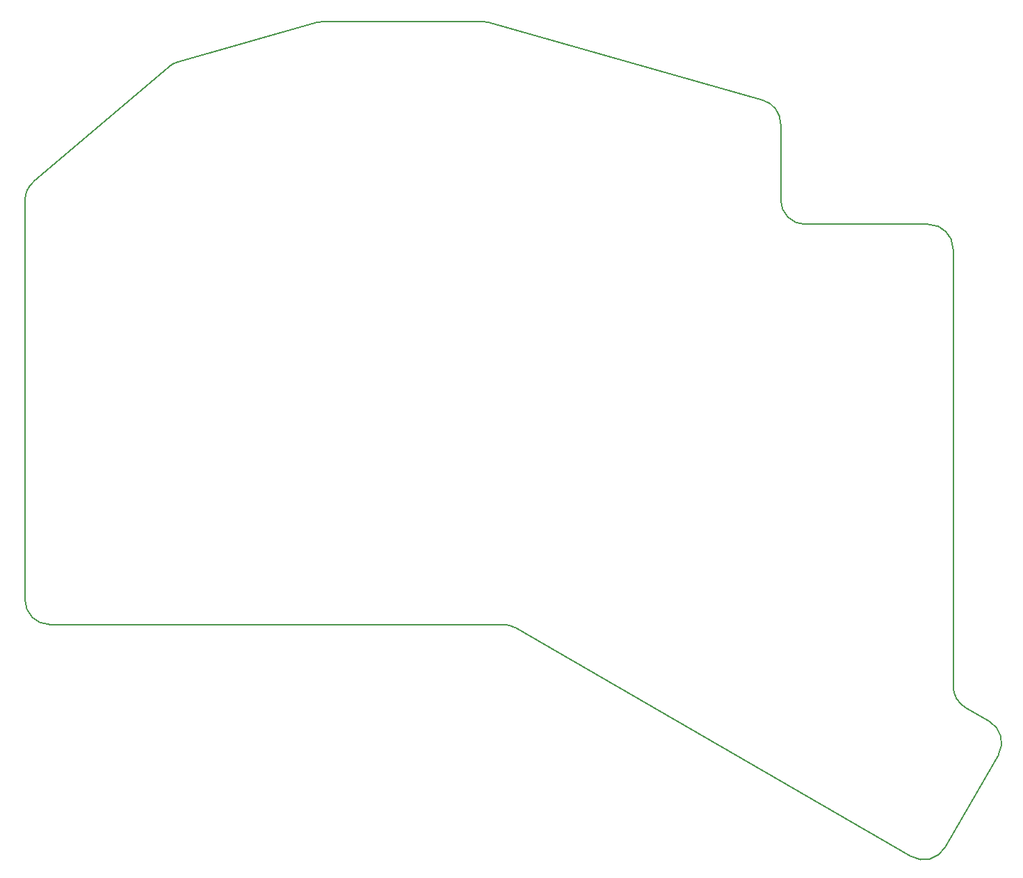
<source format=gbr>
%TF.GenerationSoftware,KiCad,Pcbnew,(6.0.6-1)-1*%
%TF.CreationDate,2023-03-28T00:01:58-05:00*%
%TF.ProjectId,smcboard,736d6362-6f61-4726-942e-6b696361645f,v1.0.0*%
%TF.SameCoordinates,Original*%
%TF.FileFunction,Profile,NP*%
%FSLAX46Y46*%
G04 Gerber Fmt 4.6, Leading zero omitted, Abs format (unit mm)*
G04 Created by KiCad (PCBNEW (6.0.6-1)-1) date 2023-03-28 00:01:58*
%MOMM*%
%LPD*%
G01*
G04 APERTURE LIST*
%TA.AperFunction,Profile*%
%ADD10C,0.150000*%
%TD*%
G04 APERTURE END LIST*
D10*
X142275000Y-175500000D02*
X197480771Y-175500000D01*
X139275000Y-172500000D02*
X139275000Y-123887322D01*
X194858203Y-102100000D02*
X175691797Y-102100000D01*
X231275000Y-123800000D02*
X231275000Y-114568092D01*
X198980771Y-175901924D02*
X247175635Y-203727241D01*
X251273711Y-202629165D02*
X257773711Y-191370835D01*
X256675635Y-187272759D02*
X253775000Y-185598076D01*
X252275000Y-183000000D02*
X252275000Y-129800000D01*
X249275000Y-126800000D02*
X234275000Y-126800000D01*
X140332055Y-121601503D02*
X156777753Y-107622660D01*
X157902891Y-107022098D02*
X174873989Y-102213620D01*
X195676011Y-102213620D02*
X229092808Y-111681712D01*
X198980771Y-175901924D02*
G75*
G03*
X197480771Y-175500000I-1500000J-2598076D01*
G01*
X247175635Y-203727241D02*
G75*
G03*
X251273711Y-202629165I1500000J2598076D01*
G01*
X257773711Y-191370835D02*
G75*
G03*
X256675635Y-187272759I-2598076J1500000D01*
G01*
X252275000Y-183000000D02*
G75*
G03*
X253775000Y-185598076I3000000J0D01*
G01*
X252275000Y-129800000D02*
G75*
G03*
X249275000Y-126800000I-3000000J0D01*
G01*
X231275000Y-123800000D02*
G75*
G03*
X234275000Y-126800000I3000000J0D01*
G01*
X231275000Y-114568092D02*
G75*
G03*
X229092808Y-111681712I-3000000J0D01*
G01*
X195676011Y-102213620D02*
G75*
G03*
X194858203Y-102100000I-817808J-2886380D01*
G01*
X175691797Y-102100000D02*
G75*
G03*
X174873989Y-102213620I0J-3000000D01*
G01*
X157902891Y-107022099D02*
G75*
G03*
X156777754Y-107622660I817807J-2886379D01*
G01*
X140332055Y-121601504D02*
G75*
G03*
X139275000Y-123887322I1942945J-2285818D01*
G01*
X139275000Y-172500000D02*
G75*
G03*
X142275000Y-175500000I3000000J0D01*
G01*
M02*

</source>
